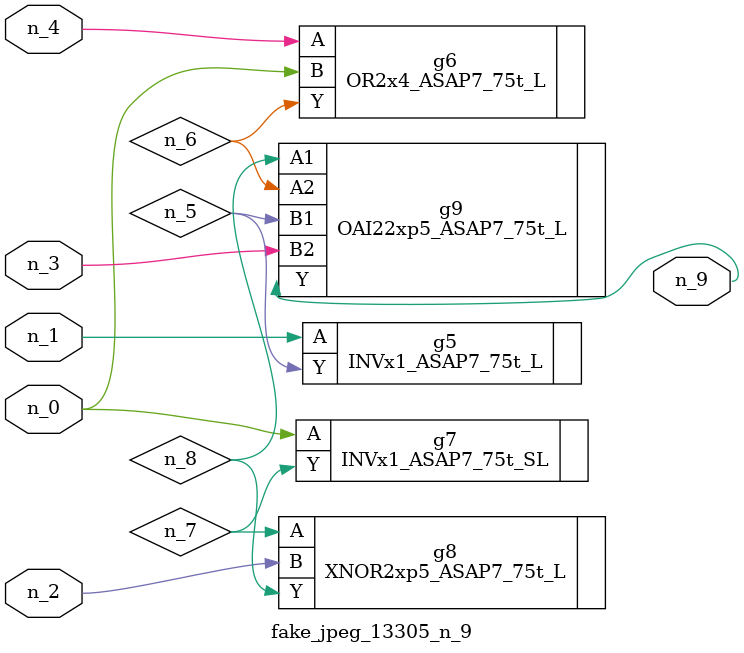
<source format=v>
module fake_jpeg_13305_n_9 (n_3, n_2, n_1, n_0, n_4, n_9);

input n_3;
input n_2;
input n_1;
input n_0;
input n_4;

output n_9;

wire n_8;
wire n_6;
wire n_5;
wire n_7;

INVx1_ASAP7_75t_L g5 ( 
.A(n_1),
.Y(n_5)
);

OR2x4_ASAP7_75t_L g6 ( 
.A(n_4),
.B(n_0),
.Y(n_6)
);

INVx1_ASAP7_75t_SL g7 ( 
.A(n_0),
.Y(n_7)
);

XNOR2xp5_ASAP7_75t_L g8 ( 
.A(n_7),
.B(n_2),
.Y(n_8)
);

OAI22xp5_ASAP7_75t_L g9 ( 
.A1(n_8),
.A2(n_6),
.B1(n_5),
.B2(n_3),
.Y(n_9)
);


endmodule
</source>
